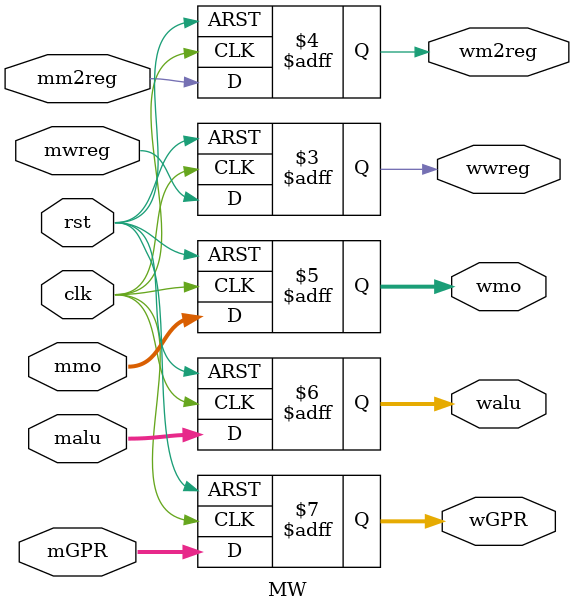
<source format=v>
module MW(clk,rst,mwreg,wwreg,mm2reg,wm2reg,mmo,wmo,malu,walu,mGPR,wGPR);

input clk,rst,mwreg,mm2reg;
input [31:0]mmo,malu;
input [4:0]mGPR;

output wwreg,wm2reg;
output [31:0]wmo,walu;
output [4:0]wGPR;

reg wwreg,wm2reg;
reg [31:0]wmo,walu;
reg [4:0]wGPR;

always @(negedge rst or posedge clk)
begin
if(rst==0)
begin
wwreg<=0; wm2reg<=0;
wmo<=0; walu<=0;
wGPR<=0;
end
else
begin
wwreg<=mwreg; wm2reg<=mm2reg;
wmo<=mmo; walu<=malu;
wGPR<=mGPR;
end
 end //end always

endmodule

</source>
